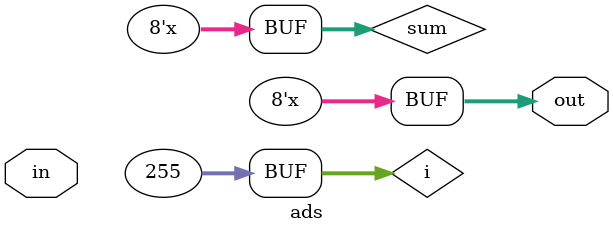
<source format=v>
`timescale 1ns / 1ps
module ads( 
    input [254:0] in,
    output  [7:0] out );
    reg [7:0] sum=0;
    integer i;
    assign out=sum;
    always @(*)begin
        for(i=0;i<=254;i=i+1)begin
            if(in[i]) begin sum =sum+1;end
        end
    end
endmodule

</source>
